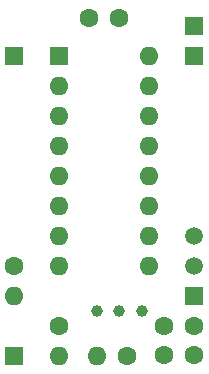
<source format=gbr>
%TF.GenerationSoftware,KiCad,Pcbnew,8.0.6*%
%TF.CreationDate,2024-11-20T20:55:38+11:00*%
%TF.ProjectId,clock-divider,636c6f63-6b2d-4646-9976-696465722e6b,1*%
%TF.SameCoordinates,Original*%
%TF.FileFunction,Soldermask,Top*%
%TF.FilePolarity,Negative*%
%FSLAX46Y46*%
G04 Gerber Fmt 4.6, Leading zero omitted, Abs format (unit mm)*
G04 Created by KiCad (PCBNEW 8.0.6) date 2024-11-20 20:55:38*
%MOMM*%
%LPD*%
G01*
G04 APERTURE LIST*
G04 Aperture macros list*
%AMRoundRect*
0 Rectangle with rounded corners*
0 $1 Rounding radius*
0 $2 $3 $4 $5 $6 $7 $8 $9 X,Y pos of 4 corners*
0 Add a 4 corners polygon primitive as box body*
4,1,4,$2,$3,$4,$5,$6,$7,$8,$9,$2,$3,0*
0 Add four circle primitives for the rounded corners*
1,1,$1+$1,$2,$3*
1,1,$1+$1,$4,$5*
1,1,$1+$1,$6,$7*
1,1,$1+$1,$8,$9*
0 Add four rect primitives between the rounded corners*
20,1,$1+$1,$2,$3,$4,$5,0*
20,1,$1+$1,$4,$5,$6,$7,0*
20,1,$1+$1,$6,$7,$8,$9,0*
20,1,$1+$1,$8,$9,$2,$3,0*%
G04 Aperture macros list end*
%ADD10R,1.600000X1.600000*%
%ADD11O,1.600000X1.600000*%
%ADD12RoundRect,0.250000X-0.550000X-0.550000X0.550000X-0.550000X0.550000X0.550000X-0.550000X0.550000X0*%
%ADD13C,1.600000*%
%ADD14R,1.500000X1.500000*%
%ADD15C,1.500000*%
%ADD16C,1.000000*%
G04 APERTURE END LIST*
D10*
%TO.C,U1*%
X67310000Y-76200000D03*
D11*
X67310000Y-78740000D03*
X67310000Y-81280000D03*
X67310000Y-83820000D03*
X67310000Y-86360000D03*
X67310000Y-88900000D03*
X67310000Y-91440000D03*
X67310000Y-93980000D03*
X74930000Y-93980000D03*
X74930000Y-91440000D03*
X74930000Y-88900000D03*
X74930000Y-86360000D03*
X74930000Y-83820000D03*
X74930000Y-81280000D03*
X74930000Y-78740000D03*
X74930000Y-76200000D03*
%TD*%
D12*
%TO.C,J2*%
X78740000Y-73660000D03*
%TD*%
%TO.C,J3*%
X63500000Y-76200000D03*
%TD*%
D13*
%TO.C,C3*%
X72350000Y-73025000D03*
X69850000Y-73025000D03*
%TD*%
%TO.C,R3*%
X63500000Y-93980000D03*
D11*
X63500000Y-96520000D03*
%TD*%
D14*
%TO.C,Q1*%
X78740000Y-96520000D03*
D15*
X78740000Y-93980000D03*
X78740000Y-91440000D03*
%TD*%
D12*
%TO.C,J1*%
X63500000Y-101600000D03*
%TD*%
D13*
%TO.C,R2*%
X73025000Y-101600000D03*
D11*
X70485000Y-101600000D03*
%TD*%
D13*
%TO.C,C1*%
X76200000Y-99060000D03*
X76200000Y-101560000D03*
%TD*%
D16*
%TO.C,Y1*%
X70485000Y-97790000D03*
X72385000Y-97790000D03*
X74295000Y-97790000D03*
%TD*%
D13*
%TO.C,R1*%
X67310000Y-99060000D03*
D11*
X67310000Y-101600000D03*
%TD*%
D12*
%TO.C,J4*%
X78740000Y-76200000D03*
%TD*%
D13*
%TO.C,C2*%
X78740000Y-99060000D03*
X78740000Y-101560000D03*
%TD*%
M02*

</source>
